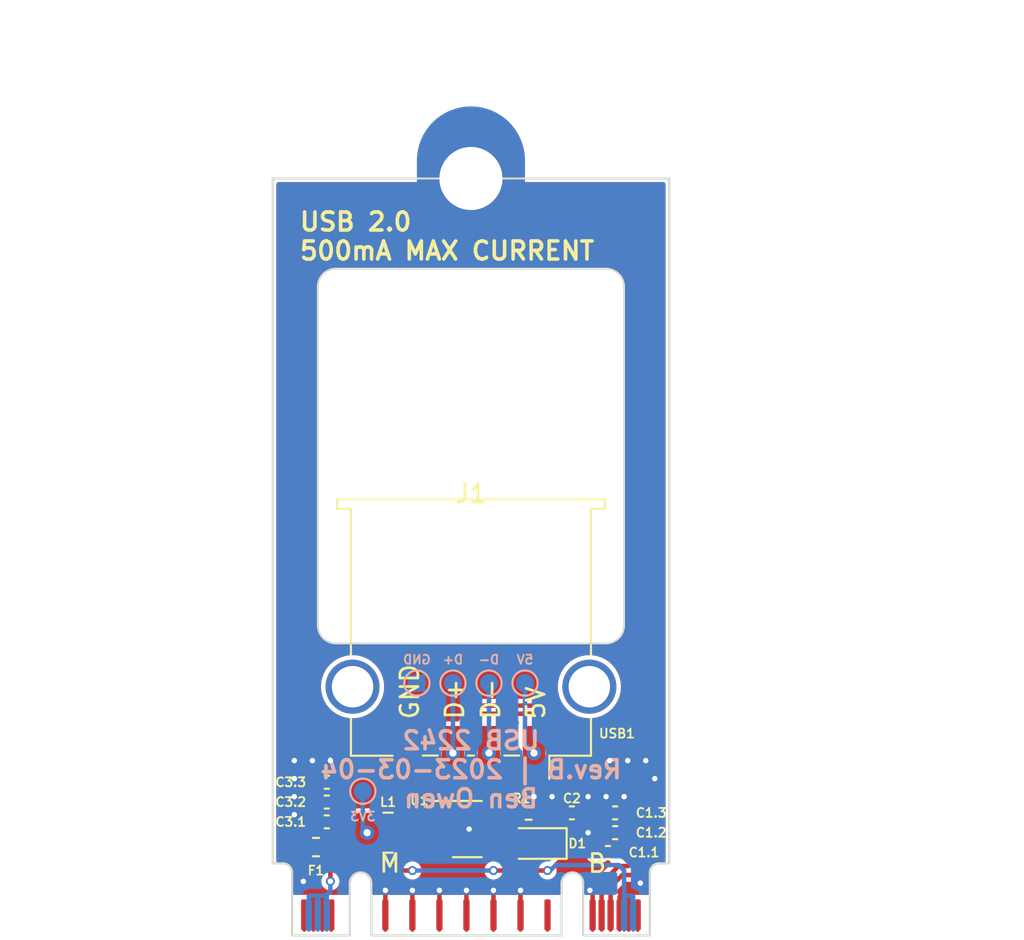
<source format=kicad_pcb>
(kicad_pcb (version 20240108) (generator "pcbnew") (generator_version "8.0")
  (title_block (title "USB 2242") (date "2023-03-04") (rev "B") (company "Ben's Universe") (comment 1 "Ben Owen"))
  (layers (0 "F.Cu" signal) (31 "B.Cu" signal) (34 "B.Paste" user) (35 "F.Paste" user) (36 "B.SilkS" user "B.Silkscreen") (37 "F.SilkS" user "F.Silkscreen") (38 "B.Mask" user) (39 "F.Mask" user) (44 "Edge.Cuts" user))
  (net 0 "")
  (net 1 "+5V")
  (net 2 "GND")
  (net 3 "/SNUBBER RC")
  (net 4 "+3V3")
  (net 5 "/BOOST IN")
  (net 6 "/USBD+")
  (net 7 "/USBD-")
  (net 14 "/3V3 PROT")
  (footprint "Package_TO_SOT_SMD:SOT-23-5" (layer "F.Cu") (at 138.4 115.3)
    (property "Reference" "U1" (at -2.6625 -1.6 180) (layer "F.SilkS") (effects (font (size 0.5 0.5) (thickness 0.1))))
    (property "Value" "TPS613222ADBV")
    (fp_line (start 0 -1.56) (end -1.8 -1.56) (stroke (width 0.12)) (layer "F.SilkS"))
    (fp_line (start 0 -1.56) (end 0.8 -1.56) (stroke (width 0.12)) (layer "F.SilkS"))
    (fp_line (start 0 1.56) (end -0.8 1.56) (stroke (width 0.12)) (layer "F.SilkS"))
    (fp_line (start 0 1.56) (end 0.8 1.56) (stroke (width 0.12)) (layer "F.SilkS"))
    (pad "1" smd roundrect (at -1.1375 -0.95) (size 1.325 0.6) (layers "F.Cu" "F.Paste" "F.Mask") (net 5 "/BOOST IN"))
    (pad "2" smd roundrect (at -1.1375 0) (size 1.325 0.6) (layers "F.Cu" "F.Paste" "F.Mask") (net 2 "GND"))
    (pad "3" smd roundrect (at -1.1375 0.95) (size 1.325 0.6) (layers "F.Cu" "F.Paste" "F.Mask"))
    (pad "4" smd roundrect (at 1.1375 0.95) (size 1.325 0.6) (layers "F.Cu" "F.Paste" "F.Mask") (net 1 "+5V"))
    (pad "5" smd roundrect (at 1.1375 -0.95) (size 1.325 0.6) (layers "F.Cu" "F.Paste" "F.Mask"))
  )
  (footprint "Capacitor_SMD:C_0402_1005Metric_Pad0.74x0.62mm_HandSolder" (layer "F.Cu") (at 144.2 114.4)
    (property "Reference" "C2" (at 0 -0.8 180) (layer "F.SilkS") (effects (font (size 0.5 0.5) (thickness 0.1) (bold yes))))
    (property "Value" "1000pF")
    (fp_line (start -0.115835 -0.36) (end 0.115835 -0.36) (stroke (width 0.12)) (layer "F.SilkS"))
    (fp_line (start -0.115835 0.36) (end 0.115835 0.36) (stroke (width 0.12)) (layer "F.SilkS"))
    (pad "1" smd roundrect (at -0.5675 0) (size 0.735 0.62) (layers "F.Cu" "F.Paste" "F.Mask") (net 3 "/SNUBBER RC"))
    (pad "2" smd roundrect (at 0.5675 0) (size 0.735 0.62) (layers "F.Cu" "F.Paste" "F.Mask") (net 1 "+5V"))
  )
  (footprint "Connector_USB:USB_A_TE_292303-7_Horizontal" (layer "F.Cu") (at 138.6 104.7 180)
    (property "Reference" "USB1" (at -8.1 -5.3 0) (layer "F.SilkS") (effects (font (size 0.5 0.5) (thickness 0.1) (bold yes))))
    (property "Value" "USB")
    (fp_line (start 7.43 7.69) (end 7.43 7.17) (stroke (width 0.12)) (layer "F.SilkS"))
    (fp_line (start 7.43 7.17) (end 6.66 7.17) (stroke (width 0.12)) (layer "F.SilkS"))
    (fp_line (start 6.66 -0.94) (end 6.66 7.17) (stroke (width 0.12)) (layer "F.SilkS"))
    (fp_line (start 6.66 -6.53) (end 6.66 -4.46) (stroke (width 0.12)) (layer "F.SilkS"))
    (fp_line (start 4.35 -6.53) (end 6.66 -6.53) (stroke (width 0.12)) (layer "F.SilkS"))
    (fp_line (start 1.85 -6.52) (end 2.67 -6.52) (stroke (width 0.12)) (layer "F.SilkS"))
    (fp_line (start -0.17 -6.52) (end 0.17 -6.52) (stroke (width 0.12)) (layer "F.SilkS"))
    (fp_line (start -2.67 -6.52) (end -1.85 -6.52) (stroke (width 0.12)) (layer "F.SilkS"))
    (fp_line (start -4.35 -7.82) (end -4.35 -6.53) (stroke (width 0.12)) (layer "F.SilkS"))
    (fp_line (start -6.66 7.17) (end -6.66 -0.94) (stroke (width 0.12)) (layer "F.SilkS"))
    (fp_line (start -6.66 7.17) (end -7.43 7.17) (stroke (width 0.12)) (layer "F.SilkS"))
    (fp_line (start -6.66 -6.53) (end -4.35 -6.53) (stroke (width 0.12)) (layer "F.SilkS"))
    (fp_line (start -6.66 -6.53) (end -6.66 -4.46) (stroke (width 0.12)) (layer "F.SilkS"))
    (fp_line (start -7.43 7.69) (end 7.43 7.69) (stroke (width 0.12)) (layer "F.SilkS"))
    (fp_line (start -7.43 7.17) (end -7.43 7.69) (stroke (width 0.12)) (layer "F.SilkS"))
    (pad "1" smd rect (at -3.5 -6.38 180) (size 1.25 3) (layers "F.Cu" "F.Paste" "F.Mask") (net 1 "+5V"))
    (pad "2" smd rect (at -1 -6.38 180) (size 1.25 3) (layers "F.Cu" "F.Paste" "F.Mask") (net 7 "/USBD-"))
    (pad "3" smd rect (at 1 -6.38 180) (size 1.25 3) (layers "F.Cu" "F.Paste" "F.Mask") (net 6 "/USBD+"))
    (pad "4" smd rect (at 3.5 -6.38 180) (size 1.25 3) (layers "F.Cu" "F.Paste" "F.Mask") (net 2 "GND"))
    (pad "5" thru_hole circle (at -6.57 -2.7 180) (size 3 3) (drill 2.3) (layers "*.Cu" "*.Mask"))
    (pad "5" thru_hole circle (at 6.57 -2.7 180) (size 3 3) (drill 2.3) (layers "*.Cu" "*.Mask"))
  )
  (footprint "Fuse:Fuse_0603_1608Metric_Pad1.05x0.95mm_HandSolder" (layer "F.Cu") (at 130 116.3)
    (property "Reference" "F1" (at 0 1.3 0) (layer "F.SilkS") (effects (font (size 0.5 0.5) (thickness 0.1) (bold yes))))
    (property "Value" "500mA")
    (fp_line (start -0.171267 -0.51) (end 0.171267 -0.51) (stroke (width 0.12)) (layer "F.SilkS"))
    (fp_line (start -0.171267 0.51) (end 0.171267 0.51) (stroke (width 0.12)) (layer "F.SilkS"))
    (pad "1" smd roundrect (at -0.875 0) (size 1.05 0.95) (layers "F.Cu" "F.Paste" "F.Mask") (net 4 "+3V3"))
    (pad "2" smd roundrect (at 0.875 0) (size 1.05 0.95) (layers "F.Cu" "F.Paste" "F.Mask") (net 14 "/3V3 PROT"))
  )
  (footprint "Capacitor_SMD:C_0402_1005Metric_Pad0.74x0.62mm_HandSolder" (layer "F.Cu") (at 130.6 112.7 180)
    (property "Reference" "C3.3" (at 2 0 180) (layer "F.SilkS") (effects (font (size 0.5 0.5) (thickness 0.1) (bold yes))))
    (property "Value" "22uF")
    (fp_line (start -0.115835 0.36) (end 0.115835 0.36) (stroke (width 0.12)) (layer "F.SilkS"))
    (fp_line (start -0.115835 -0.36) (end 0.115835 -0.36) (stroke (width 0.12)) (layer "F.SilkS"))
    (pad "1" smd roundrect (at -0.5675 0 180) (size 0.735 0.62) (layers "F.Cu" "F.Paste" "F.Mask") (net 14 "/3V3 PROT"))
    (pad "2" smd roundrect (at 0.5675 0 180) (size 0.735 0.62) (layers "F.Cu" "F.Paste" "F.Mask") (net 2 "GND"))
  )
  (footprint "Inductor_SMD:L_1008_2520Metric_Pad1.43x2.20mm_HandSolder" (layer "F.Cu") (at 134 115.5)
    (property "Reference" "L1" (at 0 -1.7 180) (layer "F.SilkS") (effects (font (size 0.5 0.5) (thickness 0.1))))
    (property "Value" "2.2uH")
    (fp_line (start -0.261252 -1.11) (end 0.261252 -1.11) (stroke (width 0.12)) (layer "F.SilkS"))
    (fp_line (start -0.261252 1.11) (end 0.261252 1.11) (stroke (width 0.12)) (layer "F.SilkS"))
    (pad "1" smd roundrect (at -1.1625 0) (size 1.425 2.2) (layers "F.Cu" "F.Paste" "F.Mask") (roundrect_rratio 0.1754392982) (net 14 "/3V3 PROT"))
    (pad "2" smd roundrect (at 1.1625 0) (size 1.425 2.2) (layers "F.Cu" "F.Paste" "F.Mask") (roundrect_rratio 0.1754392982) (net 5 "/BOOST IN"))
  )
  (footprint "Capacitor_SMD:C_0402_1005Metric_Pad0.74x0.62mm_HandSolder" (layer "F.Cu") (at 146.6 115.5)
    (property "Reference" "C1.2" (at 2 0 0) (layer "F.SilkS") (effects (font (size 0.5 0.5) (thickness 0.1) (bold yes))))
    (property "Value" "10uF")
    (fp_line (start -0.115835 -0.36) (end 0.115835 -0.36) (stroke (width 0.12)) (layer "F.SilkS"))
    (fp_line (start -0.115835 0.36) (end 0.115835 0.36) (stroke (width 0.12)) (layer "F.SilkS"))
    (pad "1" smd roundrect (at -0.5675 0) (size 0.735 0.62) (layers "F.Cu" "F.Paste" "F.Mask") (net 1 "+5V"))
    (pad "2" smd roundrect (at 0.5675 0) (size 0.735 0.62) (layers "F.Cu" "F.Paste" "F.Mask") (net 2 "GND"))
  )
  (footprint "Capacitor_SMD:C_0402_1005Metric_Pad0.74x0.62mm_HandSolder" (layer "F.Cu") (at 146.2 116.6)
    (property "Reference" "C1.1" (at 2 0 0) (layer "F.SilkS") (effects (font (size 0.5 0.5) (thickness 0.1) (bold yes))))
    (property "Value" "10uF")
    (fp_line (start -0.115835 -0.36) (end 0.115835 -0.36) (stroke (width 0.12)) (layer "F.SilkS"))
    (fp_line (start -0.115835 0.36) (end 0.115835 0.36) (stroke (width 0.12)) (layer "F.SilkS"))
    (pad "1" smd roundrect (at -0.5675 0) (size 0.735 0.62) (layers "F.Cu" "F.Paste" "F.Mask") (net 1 "+5V"))
    (pad "2" smd roundrect (at 0.5675 0) (size 0.735 0.62) (layers "F.Cu" "F.Paste" "F.Mask") (net 2 "GND"))
  )
  (footprint "Generic_Custom:M.2-2242-B+M-KEY_USB-ONLY" (layer "F.Cu") (at 138.6 121.2)
    (property "Reference" "J1" (at 0 -24.5 0) (layer "F.SilkS"))
    (property "Value" "Bus_M.2_Socket_B")
    (fp_line (start -11 -4) (end -11 -42) (stroke (width 0.12)) (layer "Edge.Cuts"))
    (fp_line (start -10.425 -4) (end -11 -4) (stroke (width 0.12)) (layer "Edge.Cuts"))
    (fp_line (start -9.925 -3.5) (end -9.925 0) (stroke (width 0.12)) (layer "Edge.Cuts"))
    (fp_line (start -9.925 0) (end -6.725 0) (stroke (width 0.12)) (layer "Edge.Cuts"))
    (fp_line (start -6.725 0) (end -6.725 -2.9) (stroke (width 0.12)) (layer "Edge.Cuts"))
    (fp_line (start -5.525 -2.9) (end -5.525 0) (stroke (width 0.12)) (layer "Edge.Cuts"))
    (fp_line (start -5.525 0) (end 5.025 0) (stroke (width 0.12)) (layer "Edge.Cuts"))
    (fp_line (start 5.025 0) (end 5.025 -2.9) (stroke (width 0.12)) (layer "Edge.Cuts"))
    (fp_line (start 6.225 -2.9) (end 6.225 0) (stroke (width 0.12)) (layer "Edge.Cuts"))
    (fp_line (start 6.225 0) (end 9.925 0) (stroke (width 0.12)) (layer "Edge.Cuts"))
    (fp_line (start 9.925 0) (end 9.925 -3.5) (stroke (width 0.12)) (layer "Edge.Cuts"))
    (fp_line (start 10.425 -4) (end 11 -4) (stroke (width 0.12)) (layer "Edge.Cuts"))
    (fp_line (start 11 -42) (end -11 -42) (stroke (width 0.12)) (layer "Edge.Cuts"))
    (fp_line (start 11 -4) (end 11 -42) (stroke (width 0.12)) (layer "Edge.Cuts"))
    (fp_arc (start -10.425 -4) (mid -10.071447 -3.853553) (end -9.925 -3.5) (stroke (width 0.12)) (layer "Edge.Cuts"))
    (fp_arc (start -6.725 -2.9) (mid -6.125 -3.5) (end -5.525 -2.9) (stroke (width 0.12)) (layer "Edge.Cuts"))
    (fp_arc (start 5.025 -2.9) (mid 5.625 -3.5) (end 6.225 -2.9) (stroke (width 0.12)) (layer "Edge.Cuts"))
    (fp_arc (start 9.925 -3.5) (mid 10.071447 -3.853553) (end 10.425 -4) (stroke (width 0.12)) (layer "Edge.Cuts"))
    (fp_text user "M" (at -4.5 -4 0) (layer "F.SilkS"))
    (fp_text user "B" (at 7 -4 0) (layer "F.SilkS"))
    (pad "1" smd roundrect (at 9.25 -1.1) (size 0.35 1.8) (layers "F.Cu" "F.Paste" "F.Mask") (chamfer_ratio 0.4) (chamfer bottom_left bottom_right) (clearance 0.075))
    (pad "2" smd roundrect (at 9 -1.1) (size 0.35 1.8) (layers "B.Cu" "B.Paste" "B.Mask") (chamfer_ratio 0.4) (chamfer bottom_left bottom_right) (net 4 "+3V3") (clearance 0.075))
    (pad "3" thru_hole circle (at 0 -42) (size 5.5 5.5) (drill 3.5) (layers "*.Cu" "*.Mask") (net 2 "GND"))
    (pad "3" connect oval (at 0 -42) (size 6 8) (layers "B.Cu" "B.Mask") (net 2 "GND"))
    (pad "3" smd roundrect (at 8.75 -1.1) (size 0.35 1.8) (layers "F.Cu" "F.Paste" "F.Mask") (chamfer_ratio 0.4) (chamfer bottom_left bottom_right) (net 2 "GND") (clearance 0.075))
    (pad "4" smd roundrect (at 8.5 -1.1) (size 0.35 1.8) (layers "B.Cu" "B.Paste" "B.Mask") (chamfer_ratio 0.4) (chamfer bottom_left bottom_right) (net 4 "+3V3") (clearance 0.075))
    (pad "5" smd roundrect (at 8.25 -1.1) (size 0.35 1.8) (layers "F.Cu" "F.Paste" "F.Mask") (chamfer_ratio 0.4) (chamfer bottom_left bottom_right) (net 2 "GND") (clearance 0.075))
    (pad "7" smd roundrect (at 7.75 -1.1) (size 0.35 1.8) (layers "F.Cu" "F.Paste" "F.Mask") (chamfer_ratio 0.4) (chamfer bottom_left bottom_right) (net 6 "/USBD+") (clearance 0.075))
    (pad "9" smd roundrect (at 7.25 -1.1) (size 0.35 1.8) (layers "F.Cu" "F.Paste" "F.Mask") (chamfer_ratio 0.4) (chamfer bottom_left bottom_right) (net 7 "/USBD-") (clearance 0.075))
    (pad "11" smd roundrect (at 6.75 -1.1) (size 0.35 1.8) (layers "F.Cu" "F.Paste" "F.Mask") (chamfer_ratio 0.4) (chamfer bottom_left bottom_right) (net 2 "GND") (clearance 0.075))
    (pad "21" smd roundrect (at 4.25 -1.1) (size 0.35 1.8) (layers "F.Cu" "F.Paste" "F.Mask") (chamfer_ratio 0.4) (chamfer bottom_left bottom_right) (clearance 0.075))
    (pad "27" smd roundrect (at 2.75 -1.1) (size 0.35 1.8) (layers "F.Cu" "F.Paste" "F.Mask") (chamfer_ratio 0.4) (chamfer bottom_left bottom_right) (net 2 "GND") (clearance 0.075))
    (pad "33" smd roundrect (at 1.25 -1.1) (size 0.35 1.8) (layers "F.Cu" "F.Paste" "F.Mask") (chamfer_ratio 0.4) (chamfer bottom_left bottom_right) (net 2 "GND") (clearance 0.075))
    (pad "39" smd roundrect (at -0.25 -1.1) (size 0.35 1.8) (layers "F.Cu" "F.Paste" "F.Mask") (chamfer_ratio 0.4) (chamfer bottom_left bottom_right) (net 2 "GND") (clearance 0.075))
    (pad "45" smd roundrect (at -1.75 -1.1) (size 0.35 1.8) (layers "F.Cu" "F.Paste" "F.Mask") (chamfer_ratio 0.4) (chamfer bottom_left bottom_right) (net 2 "GND") (clearance 0.075))
    (pad "51" smd roundrect (at -3.25 -1.1) (size 0.35 1.8) (layers "F.Cu" "F.Paste" "F.Mask") (chamfer_ratio 0.4) (chamfer bottom_left bottom_right) (net 2 "GND") (clearance 0.075))
    (pad "57" smd roundrect (at -4.75 -1.1) (size 0.35 1.8) (layers "F.Cu" "F.Paste" "F.Mask") (chamfer_ratio 0.4) (chamfer bottom_left bottom_right) (net 2 "GND") (clearance 0.075))
    (pad "69" smd roundrect (at -7.75 -1.1) (size 0.35 1.8) (layers "F.Cu" "F.Paste" "F.Mask") (chamfer_ratio 0.4) (chamfer bottom_left bottom_right) (clearance 0.075))
    (pad "70" smd roundrect (at -8 -1.1) (size 0.35 1.8) (layers "B.Cu" "B.Paste" "B.Mask") (chamfer_ratio 0.4) (chamfer bottom_left bottom_right) (net 4 "+3V3") (clearance 0.075))
    (pad "71" smd roundrect (at -8.25 -1.1) (size 0.35 1.8) (layers "F.Cu" "F.Paste" "F.Mask") (chamfer_ratio 0.4) (chamfer bottom_left bottom_right) (net 2 "GND") (clearance 0.075))
    (pad "72" smd roundrect (at -8.5 -1.1) (size 0.35 1.8) (layers "B.Cu" "B.Paste" "B.Mask") (chamfer_ratio 0.4) (chamfer bottom_left bottom_right) (net 4 "+3V3") (clearance 0.075))
    (pad "73" smd roundrect (at -8.75 -1.1) (size 0.35 1.8) (layers "F.Cu" "F.Paste" "F.Mask") (chamfer_ratio 0.4) (chamfer bottom_left bottom_right) (net 2 "GND") (clearance 0.075))
    (pad "74" smd roundrect (at -9 -1.1) (size 0.35 1.8) (layers "B.Cu" "B.Paste" "B.Mask") (chamfer_ratio 0.4) (chamfer bottom_left bottom_right) (net 4 "+3V3") (clearance 0.075))
    (pad "75" smd roundrect (at -9.25 -1.1) (size 0.35 1.8) (layers "F.Cu" "F.Paste" "F.Mask") (chamfer_ratio 0.4) (chamfer bottom_left bottom_right) (clearance 0.075))
    (zone (net 0) (net_name "") (layers "F&B.Cu") (connect_pads (clearance 0)) (min_thickness 0.25)
      (keepout (tracks allowed) (vias allowed) (pads allowed) (copperpour not_allowed) (footprints allowed))
      (fill (thermal_gap 0.5) (thermal_bridge_width 0.5))
      (polygon (pts (xy 128.6 118.95) (xy 148.6 118.95) (xy 148.6 121.2) (xy 128.6 121.2)))
    )
  )
  (footprint "Capacitor_SMD:C_0402_1005Metric_Pad0.74x0.62mm_HandSolder" (layer "F.Cu") (at 130.6 114.9 180)
    (property "Reference" "C3.1" (at 2 0 180) (layer "F.SilkS") (effects (font (size 0.5 0.5) (thickness 0.1) (bold yes))))
    (property "Value" "100nF")
    (fp_line (start -0.115835 0.36) (end 0.115835 0.36) (stroke (width 0.12)) (layer "F.SilkS"))
    (fp_line (start -0.115835 -0.36) (end 0.115835 -0.36) (stroke (width 0.12)) (layer "F.SilkS"))
    (pad "1" smd roundrect (at -0.5675 0 180) (size 0.735 0.62) (layers "F.Cu" "F.Paste" "F.Mask") (net 14 "/3V3 PROT"))
    (pad "2" smd roundrect (at 0.5675 0 180) (size 0.735 0.62) (layers "F.Cu" "F.Paste" "F.Mask") (net 2 "GND"))
  )
  (footprint "Capacitor_SMD:C_0402_1005Metric_Pad0.74x0.62mm_HandSolder" (layer "F.Cu") (at 130.6 113.8 180)
    (property "Reference" "C3.2" (at 2 0 180) (layer "F.SilkS") (effects (font (size 0.5 0.5) (thickness 0.1) (bold yes))))
    (property "Value" "10uF")
    (fp_line (start -0.115835 0.36) (end 0.115835 0.36) (stroke (width 0.12)) (layer "F.SilkS"))
    (fp_line (start -0.115835 -0.36) (end 0.115835 -0.36) (stroke (width 0.12)) (layer "F.SilkS"))
    (pad "1" smd roundrect (at -0.5675 0 180) (size 0.735 0.62) (layers "F.Cu" "F.Paste" "F.Mask") (net 14 "/3V3 PROT"))
    (pad "2" smd roundrect (at 0.5675 0 180) (size 0.735 0.62) (layers "F.Cu" "F.Paste" "F.Mask") (net 2 "GND"))
  )
  (footprint "Diode_SMD:D_SOD-323" (layer "F.Cu") (at 142.3 116.1 180)
    (property "Reference" "D1" (at -2.2 0 0) (layer "F.SilkS") (effects (font (size 0.5 0.5) (thickness 0.1) (bold yes))))
    (property "Value" "D_Schottky")
    (fp_line (start -1.61 0.85) (end 1.05 0.85) (stroke (width 0.12)) (layer "F.SilkS"))
    (fp_line (start -1.61 -0.85) (end 1.05 -0.85) (stroke (width 0.12)) (layer "F.SilkS"))
    (fp_line (start -1.61 -0.85) (end -1.61 0.85) (stroke (width 0.12)) (layer "F.SilkS"))
    (pad "1" smd roundrect (at -1.05 0 180) (size 0.6 0.45) (layers "F.Cu" "F.Paste" "F.Mask") (net 1 "+5V"))
    (pad "2" smd roundrect (at 1.05 0 180) (size 0.6 0.45) (layers "F.Cu" "F.Paste" "F.Mask") (net 5 "/BOOST IN"))
  )
  (footprint "Resistor_SMD:R_0402_1005Metric_Pad0.72x0.64mm_HandSolder" (layer "F.Cu") (at 141.8 114.4)
    (property "Reference" "R1" (at -0.4 -0.8 180) (layer "F.SilkS") (effects (font (size 0.5 0.5) (thickness 0.1) (bold yes))))
    (property "Value" "5")
    (fp_line (start -0.167621 -0.38) (end 0.167621 -0.38) (stroke (width 0.12)) (layer "F.SilkS"))
    (fp_line (start -0.167621 0.38) (end 0.167621 0.38) (stroke (width 0.12)) (layer "F.SilkS"))
    (pad "1" smd roundrect (at -0.5975 0) (size 0.715 0.64) (layers "F.Cu" "F.Paste" "F.Mask") (net 5 "/BOOST IN"))
    (pad "2" smd roundrect (at 0.5975 0) (size 0.715 0.64) (layers "F.Cu" "F.Paste" "F.Mask") (net 3 "/SNUBBER RC"))
  )
  (footprint "Capacitor_SMD:C_0402_1005Metric_Pad0.74x0.62mm_HandSolder" (layer "F.Cu") (at 146.6 114.4)
    (property "Reference" "C1.3" (at 2 0 0) (layer "F.SilkS") (effects (font (size 0.5 0.5) (thickness 0.1) (bold yes))))
    (property "Value" "10uF")
    (fp_line (start -0.115835 -0.36) (end 0.115835 -0.36) (stroke (width 0.12)) (layer "F.SilkS"))
    (fp_line (start -0.115835 0.36) (end 0.115835 0.36) (stroke (width 0.12)) (layer "F.SilkS"))
    (pad "1" smd roundrect (at -0.5675 0) (size 0.735 0.62) (layers "F.Cu" "F.Paste" "F.Mask") (net 1 "+5V"))
    (pad "2" smd roundrect (at 0.5675 0) (size 0.735 0.62) (layers "F.Cu" "F.Paste" "F.Mask") (net 2 "GND"))
  )
  (footprint "TestPoint:TestPoint_Pad_D1.0mm" (layer "B.Cu") (at 132.6 113.2 180)
    (property "Reference" "TP2" (hide yes))
    (property "Value" "3V3")
    (fp_circle (center 0 0) (end 0 -0.7) (stroke (width 0.12)) (fill none) (layer "B.SilkS"))
    (fp_text user "3V3" (at 0 -1.4 0) (layer "B.SilkS") (effects (font (size 0.5 0.5) (thickness 0.1)) (justify mirror)))
    (pad "1" smd circle (at 0 0 180) (size 1 1) (layers "B.Cu" "B.Mask") (net 14 "/3V3 PROT"))
  )
  (footprint "TestPoint:TestPoint_Pad_D1.0mm" (layer "B.Cu") (at 137.6 107.2 180)
    (property "Reference" "TP4" (hide yes))
    (property "Value" "D+")
    (fp_circle (center 0 0) (end 0 -0.7) (stroke (width 0.12)) (fill none) (layer "B.SilkS"))
    (fp_text user "D+" (at 0 1.3 0) (layer "B.SilkS") (effects (font (size 0.5 0.5) (thickness 0.1)) (justify mirror)))
    (pad "1" smd circle (at 0 0 180) (size 1 1) (layers "B.Cu" "B.Mask") (net 6 "/USBD+"))
  )
  (footprint "TestPoint:TestPoint_Pad_D1.0mm" (layer "B.Cu") (at 139.6 107.2 180)
    (property "Reference" "TP5" (hide yes))
    (property "Value" "D-")
    (fp_circle (center 0 0) (end 0 -0.7) (stroke (width 0.12)) (fill none) (layer "B.SilkS"))
    (fp_text user "D-" (at 0 1.3 0) (layer "B.SilkS") (effects (font (size 0.5 0.5) (thickness 0.1)) (justify mirror)))
    (pad "1" smd circle (at 0 0 180) (size 1 1) (layers "B.Cu" "B.Mask") (net 7 "/USBD-"))
  )
  (footprint "TestPoint:TestPoint_Pad_D1.0mm" (layer "B.Cu") (at 135.6 107.2 180)
    (property "Reference" "TP1" (hide yes))
    (property "Value" "GND")
    (fp_circle (center 0 0) (end 0 -0.7) (stroke (width 0.12)) (fill none) (layer "B.SilkS"))
    (fp_text user "GND" (at 0 1.3 0) (layer "B.SilkS") (effects (font (size 0.5 0.5) (thickness 0.1)) (justify mirror)))
    (pad "1" smd circle (at 0 0 180) (size 1 1) (layers "B.Cu" "B.Mask") (net 2 "GND"))
  )
  (footprint "TestPoint:TestPoint_Pad_D1.0mm" (layer "B.Cu") (at 141.6 107.2 180)
    (property "Reference" "TP3" (hide yes))
    (property "Value" "5V")
    (fp_circle (center 0 0) (end 0 -0.7) (stroke (width 0.12)) (fill none) (layer "B.SilkS"))
    (fp_text user "5V" (at 0 1.3 0) (layer "B.SilkS") (effects (font (size 0.5 0.5) (thickness 0.1)) (justify mirror)))
    (pad "1" smd circle (at 0 0 180) (size 1 1) (layers "B.Cu" "B.Mask") (net 1 "+5V"))
  )
  (gr_line (start 130.1 104) (end 130.1 85.2) (stroke (width 0.1)) (layer "Edge.Cuts"))
  (gr_arc (start 147.1 104) (mid 146.807107 104.707107) (end 146.1 105) (stroke (width 0.1)) (layer "Edge.Cuts"))
  (gr_line (start 146.1 105) (end 131.1 105) (stroke (width 0.1)) (layer "Edge.Cuts"))
  (gr_line (start 131.1 84.2) (end 146.1 84.2) (stroke (width 0.1)) (layer "Edge.Cuts"))
  (gr_arc (start 130.1 85.2) (mid 130.392893 84.492893) (end 131.1 84.2) (stroke (width 0.1)) (layer "Edge.Cuts"))
  (gr_arc (start 131.1 105) (mid 130.392893 104.707107) (end 130.1 104) (stroke (width 0.1)) (layer "Edge.Cuts"))
  (gr_arc (start 146.1 84.2) (mid 146.807107 84.492893) (end 147.1 85.2) (stroke (width 0.1)) (layer "Edge.Cuts"))
  (gr_line (start 147.1 85.2) (end 147.1 104) (stroke (width 0.1)) (layer "Edge.Cuts"))
  (gr_text "${TITLE}\nRev.${REVISION} | ${ISSUE_DATE}\n${COMMENT1}" (at 138.6 112 0) (layer "B.SilkS") (effects (font (size 1 1) (thickness 0.2)) (justify mirror)))
  (gr_text "D-" (at 139.7 109.3 90) (layer "F.SilkS") (effects (font (size 1 1)) (justify left)))
  (gr_text "D+" (at 137.7 109.3 90) (layer "F.SilkS") (effects (font (size 1 1)) (justify left)))
  (gr_text "GND" (at 135.2 109.3 90) (layer "F.SilkS") (effects (font (size 1 1)) (justify left)))
  (gr_text "5V" (at 142.2 109.3 90) (layer "F.SilkS") (effects (font (size 1 1)) (justify left)))
  (gr_text "USB 2.0\n500mA MAX CURRENT" (at 129 83.8 0) (layer "F.SilkS") (effects (font (size 1 1) (thickness 0.2) (bold yes)) (justify left bottom)))
  (segment (start 139.9 116.8) (end 139.5375 116.4375) (width 0.25) (layer "F.Cu") (net 1))
  (segment (start 143.35 115.8175) (end 144.7675 114.4) (width 0.25) (layer "F.Cu") (net 1))
  (segment (start 143.35 116.1) (end 143.35 115.8175) (width 0.25) (layer "F.Cu") (net 1))
  (segment (start 143.35 116.55) (end 143.1 116.8) (width 0.25) (layer "F.Cu") (net 1))
  (segment (start 144.7675 114.354327) (end 142.1 111.686827) (width 0.25) (layer "F.Cu") (net 1))
  (segment (start 146.0325 114.4) (end 144.7675 114.4) (width 0.25) (layer "F.Cu") (net 1))
  (segment (start 146.0325 114.4) (end 146.0325 115.5) (width 0.25) (layer "F.Cu") (net 1))
  (segment (start 146.0325 116.2) (end 145.6325 116.6) (width 0.25) (layer "F.Cu") (net 1))
  (segment (start 143.1 116.8) (end 139.9 116.8) (width 0.25) (layer "F.Cu") (net 1))
  (segment (start 143.35 116.1) (end 143.35 116.55) (width 0.25) (layer "F.Cu") (net 1))
  (segment (start 146.0325 115.5) (end 146.0325 116.2) (width 0.25) (layer "F.Cu") (net 1))
  (segment (start 144.7675 114.4) (end 144.7675 114.354327) (width 0.25) (layer "F.Cu") (net 1))
  (segment (start 142.1 111.686827) (end 142.1 111.08) (width 0.25) (layer "F.Cu") (net 1))
  (segment (start 139.5375 116.4375) (end 139.5375 116.25) (width 0.25) (layer "F.Cu") (net 1))
  (via (at 142.1 111.08) (size 0.8) (drill 0.4) (layers "F.Cu" "B.Cu") (net 1))
  (segment (start 141.6 110.58) (end 142.1 111.08) (width 0.25) (layer "B.Cu") (net 1))
  (segment (start 141.6 107.2) (end 141.6 110.58) (width 0.25) (layer "B.Cu") (net 1))
  (segment (start 130.0325 111.7325) (end 129.8 111.5) (width 0.25) (layer "F.Cu") (net 2))
  (segment (start 129.3 118.4) (end 129.3 118.2) (width 0.25) (layer "F.Cu") (net 2))
  (segment (start 146.9 119) (end 146.85 119.05) (width 0.25) (layer "F.Cu") (net 2))
  (segment (start 147.35 120.1) (end 147.35 119.05) (width 0.25) (layer "F.Cu") (net 2))
  (segment (start 147.1675 114.4) (end 147.1675 113.5675) (width 0.25) (layer "F.Cu") (net 2))
  (segment (start 145.35 118.85) (end 145.2 118.7) (width 0.25) (layer "F.Cu") (net 2))
  (segment (start 147.3 119) (end 146.9 119) (width 0.25) (layer "F.Cu") (net 2))
  (segment (start 147.1675 115.5) (end 147.1675 116.2) (width 0.25) (layer "F.Cu") (net 2))
  (segment (start 147.35 119.05) (end 147.3 119) (width 0.25) (layer "F.Cu") (net 2))
  (segment (start 138.35 118.7) (end 138.35 120.1) (width 0.25) (layer "F.Cu") (net 2))
  (segment (start 137.2625 115.3) (end 138.5 115.3) (width 0.25) (layer "F.Cu") (net 2))
  (segment (start 129.9 119) (end 129.85 119.05) (width 0.25) (layer "F.Cu") (net 2))
  (segment (start 141.35 118.7) (end 141.35 120.1) (width 0.25) (layer "F.Cu") (net 2))
  (segment (start 147.1675 114.4) (end 147.1675 115.5) (width 0.25) (layer "F.Cu") (net 2))
  (segment (start 147.3 119) (end 148 118.3) (width 0.25) (layer "F.Cu") (net 2))
  (segment (start 129.9 119) (end 129.3 118.4) (width 0.25) (layer "F.Cu") (net 2))
  (segment (start 147.1675 113.5675) (end 147.1 113.5) (width 0.25) (layer "F.Cu") (net 2))
  (segment (start 129.85 119.05) (end 129.85 120.1) (width 0.25) (layer "F.Cu") (net 2))
  (segment (start 136.85 118.7) (end 136.85 120.1) (width 0.25) (layer "F.Cu") (net 2))
  (segment (start 130.0325 112.7) (end 130.0325 113.8) (width 0.25) (layer "F.Cu") (net 2))
  (segment (start 145.35 120.1) (end 145.35 118.85) (width 0.25) (layer "F.Cu") (net 2))
  (segment (start 133.85 120.1) (end 133.85 118.7) (width 0.25) (layer "F.Cu") (net 2))
  (segment (start 130.0325 112.7) (end 130.0325 111.7325) (width 0.25) (layer "F.Cu") (net 2))
  (segment (start 146.85 119.05) (end 146.85 120.1) (width 0.25) (layer "F.Cu") (net 2))
  (segment (start 130.35 120.1) (end 130.35 119.05) (width 0.25) (layer "F.Cu") (net 2))
  (segment (start 130.0325 113.8) (end 130.0325 114.9) (width 0.25) (layer "F.Cu") (net 2))
  (segment (start 130.35 119.05) (end 130.3 119) (width 0.25) (layer "F.Cu") (net 2))
  (segment (start 135.35 118.7) (end 135.35 120.1) (width 0.25) (layer "F.Cu") (net 2))
  (segment (start 130.3 119) (end 129.9 119) (width 0.25) (layer "F.Cu") (net 2))
  (segment (start 139.85 118.7) (end 139.85 120.1) (width 0.25) (layer "F.Cu") (net 2))
  (segment (start 147.1675 116.2) (end 146.7675 116.6) (width 0.25) (layer "F.Cu") (net 2))
  (via (at 148 118.3) (size 0.5) (drill 0.3) (layers "F.Cu" "B.Cu") (net 2))
  (via (at 147.1 113.5) (size 0.5) (drill 0.3) (layers "F.Cu" "B.Cu") (net 2))
  (via (at 130.8 111.5) (size 0.5) (drill 0.3) (layers "F.Cu" "B.Cu") (net 2))
  (via (at 143.1 113.5) (size 0.5) (drill 0.3) (layers "F.Cu" "B.Cu") (net 2))
  (via (at 128.8 111.5) (size 0.5) (drill 0.3) (layers "F.Cu" "B.Cu") (net 2))
  (via (at 141.35 118.7) (size 0.5) (drill 0.3) (layers "F.Cu" "B.Cu") (net 2))
  (via (at 147.3 111.5) (size 0.5) (drill 0.3) (layers "F.Cu" "B.Cu") (net 2))
  (via (at 139.85 118.7) (size 0.5) (drill 0.3) (layers "F.Cu" "B.Cu") (net 2))
  (via (at 148.3 111.5) (size 0.5) (drill 0.3) (layers "F.Cu" "B.Cu") (net 2))
  (via (at 128.8 112.5) (size 0.5) (drill 0.3) (layers "F.Cu" "B.Cu") (net 2))
  (via (at 128.8 114.5) (size 0.5) (drill 0.3) (layers "F.Cu" "B.Cu") (net 2))
  (via (at 148.8 112.5) (size 0.5) (drill 0.3) (layers "F.Cu" "B.Cu") (net 2))
  (via (at 129.3 118.2) (size 0.5) (drill 0.3) (layers "F.Cu" "B.Cu") (net 2))
  (via (at 138.5 115.3) (size 0.5) (drill 0.3) (layers "F.Cu" "B.Cu") (net 2))
  (via (at 128.8 113.5) (size 0.5) (drill 0.3) (layers "F.Cu" "B.Cu") (net 2))
  (via (at 136.85 118.7) (size 0.5) (drill 0.3) (layers "F.Cu" "B.Cu") (net 2))
  (via (at 129.8 111.5) (size 0.5) (drill 0.3) (layers "F.Cu" "B.Cu") (net 2))
  (via (at 145.2 118.7) (size 0.5) (drill 0.3) (layers "F.Cu" "B.Cu") (net 2))
  (via (at 146.3 111.5) (size 0.5) (drill 0.3) (layers "F.Cu" "B.Cu") (net 2))
  (via (at 135.35 118.7) (size 0.5) (drill 0.3) (layers "F.Cu" "B.Cu") (net 2))
  (via (at 145.1 113.5) (size 0.5) (drill 0.3) (layers "F.Cu" "B.Cu") (net 2))
  (via (at 145.1 115.5) (size 0.5) (drill 0.3) (layers "F.Cu" "B.Cu") (net 2))
  (via (at 133.85 118.7) (size 0.5) (drill 0.3) (layers "F.Cu" "B.Cu") (net 2))
  (via (at 138.35 118.7) (size 0.5) (drill 0.3) (layers "F.Cu" "B.Cu") (net 2))
  (via (at 142.1 113.5) (size 0.5) (drill 0.3) (layers "F.Cu" "B.Cu") (net 2))
  (via (at 146.1 113.5) (size 0.5) (drill 0.3) (layers "F.Cu" "B.Cu") (net 2))
  (segment (start 142.3975 114.4) (end 143.6325 114.4) (width 0.25) (layer "F.Cu") (net 3))
  (segment (start 131 117.3) (end 130.6 117.3) (width 0.25) (layer "F.Cu") (net 4))
  (segment (start 139.85 117.6) (end 142.85 117.6) (width 0.25) (layer "F.Cu") (net 4))
  (segment (start 129.5 117.3) (end 129.125 116.925) (width 0.25) (layer "F.Cu") (net 4))
  (segment (start 130.8 117.5) (end 131 117.3) (width 0.25) (layer "F.Cu") (net 4))
  (segment (start 133.2 117.3) (end 131 117.3) (width 0.25) (layer "F.Cu") (net 4))
  (segment (start 135.35 117.6) (end 133.5 117.6) (width 0.25) (layer "F.Cu") (net 4))
  (segment (start 130.6 117.3) (end 129.5 117.3) (width 0.25) (layer "F.Cu") (net 4))
  (segment (start 129.125 116.925) (end 129.125 116.3) (width 0.25) (layer "F.Cu") (net 4))
  (segment (start 130.8 118.2) (end 130.8 117.5) (width 0.25) (layer "F.Cu") (net 4))
  (segment (start 133.5 117.6) (end 133.2 117.3) (width 0.25) (layer "F.Cu") (net 4))
  (segment (start 130.8 117.5) (end 130.6 117.3) (width 0.25) (layer "F.Cu") (net 4))
  (via (at 139.85 117.6) (size 0.5) (drill 0.3) (layers "F.Cu" "B.Cu") (net 4))
  (via (at 135.35 117.6) (size 0.5) (drill 0.3) (layers "F.Cu" "B.Cu") (net 4))
  (via (at 142.85 117.6) (size 0.5) (drill 0.3) (layers "F.Cu" "B.Cu") (net 4))
  (via (at 130.8 118.2) (size 0.5) (drill 0.3) (layers "F.Cu" "B.Cu") (net 4))
  (segment (start 130.1 119.05) (end 130.1 120.1) (width 0.25) (layer "B.Cu") (net 4))
  (segment (start 130.55 119) (end 130.6 119.05) (width 0.25) (layer "B.Cu") (net 4))
  (segment (start 129.6 120.1) (end 129.6 119.05) (width 0.25) (layer "B.Cu") (net 4))
  (segment (start 147.1 117.6) (end 146.8 117.3) (width 0.25) (layer "B.Cu") (net 4))
  (segment (start 147.55 119) (end 147.6 119.05) (width 0.25) (layer "B.Cu") (net 4))
  (segment (start 147.6 119.05) (end 147.6 120.1) (width 0.25) (layer "B.Cu") (net 4))
  (segment (start 147.15 119) (end 147.55 119) (width 0.25) (layer "B.Cu") (net 4))
  (segment (start 143.3 117.3) (end 143 117.6) (width 0.25) (layer "B.Cu") (net 4))
  (segment (start 129.65 119) (end 129.8 119) (width 0.25) (layer "B.Cu") (net 4))
  (segment (start 129.8 119) (end 130.05 119) (width 0.25) (layer "B.Cu") (net 4))
  (segment (start 130.8 118.75) (end 130.55 119) (width 0.25) (layer "B.Cu") (net 4))
  (segment (start 135.35 117.6) (end 139.85 117.6) (width 0.25) (layer "B.Cu") (net 4))
  (segment (start 147.1 120.1) (end 147.1 119.05) (width 0.25) (layer "B.Cu") (net 4))
  (segment (start 147.1 119.05) (end 147.1 117.6) (width 0.25) (layer "B.Cu") (net 4))
  (segment (start 130.6 119.05) (end 130.6 120.1) (width 0.25) (layer "B.Cu") (net 4))
  (segment (start 130.8 118.75) (end 130.8 118.2) (width 0.25) (layer "B.Cu") (net 4))
  (segment (start 130.05 119) (end 130.1 119.05) (width 0.25) (layer "B.Cu") (net 4))
  (segment (start 129.8 119) (end 130 119) (width 0.25) (layer "B.Cu") (net 4))
  (segment (start 130.55 119) (end 130.2 119) (width 0.25) (layer "B.Cu") (net 4))
  (segment (start 147.1 119.05) (end 147.15 119) (width 0.25) (layer "B.Cu") (net 4))
  (segment (start 142.85 117.6) (end 143 117.6) (width 0.25) (layer "B.Cu") (net 4))
  (segment (start 130.15 119) (end 130.55 119) (width 0.25) (layer "B.Cu") (net 4))
  (segment (start 146.8 117.3) (end 143.3 117.3) (width 0.25) (layer "B.Cu") (net 4))
  (segment (start 129.6 119.05) (end 129.65 119) (width 0.25) (layer "B.Cu") (net 4))
  (segment (start 141.2025 114.4) (end 141.2025 116.0525) (width 0.25) (layer "F.Cu") (net 5))
  (segment (start 141.2025 116.0525) (end 141.25 116.1) (width 0.25) (layer "F.Cu") (net 5))
  (segment (start 135.1625 115.5) (end 136.3125 114.35) (width 0.25) (layer "F.Cu") (net 5))
  (segment (start 140.4025 113.6) (end 141.2025 114.4) (width 0.25) (layer "F.Cu") (net 5))
  (segment (start 138.0125 113.6) (end 140.4025 113.6) (width 0.25) (layer "F.Cu") (net 5))
  (segment (start 136.3125 114.35) (end 137.2625 114.35) (width 0.25) (layer "F.Cu") (net 5))
  (segment (start 137.2625 114.35) (end 138.0125 113.6) (width 0.25) (layer "F.Cu") (net 5))
  (segment (start 148.55 113.237485) (end 148.55 116.830208) (width 0.25) (layer "F.Cu") (net 6))
  (segment (start 146.35 118.503554) (end 146.35 120.1) (width 0.25) (layer "F.Cu") (net 6))
  (segment (start 144.15 111.696446) (end 144.803554 112.35) (width 0.25) (layer "F.Cu") (net 6))
  (segment (start 137.6 110.205) (end 138.35 109.455) (width 0.25) (layer "F.Cu") (net 6))
  (segment (start 144.15 109.377446) (end 144.15 111.696446) (width 0.25) (layer "F.Cu") (net 6))
  (segment (start 144.803554 112.35) (end 147.662515 112.35) (width 0.25) (layer "F.Cu") (net 6))
  (segment (start 147.530208 117.85) (end 147.003554 117.85) (width 0.25) (layer "F.Cu") (net 6))
  (segment (start 137.5 110.205) (end 137.5 111.08) (width 0.25) (layer "F.Cu") (net 6))
  (segment (start 148.55 116.830208) (end 147.530208 117.85) (width 0.25) (layer "F.Cu") (net 6))
  (segment (start 143.222554 108.45) (end 144.15 109.377446) (width 0.25) (layer "F.Cu") (net 6))
  (segment (start 137.6 111.08) (end 137.6 110.205) (width 0.25) (layer "F.Cu") (net 6))
  (segment (start 147.003554 117.85) (end 146.35 118.503554) (width 0.25) (layer "F.Cu") (net 6))
  (segment (start 138.35 109.455) (end 138.35 108.998297) (width 0.25) (layer "F.Cu") (net 6))
  (segment (start 138.898297 108.45) (end 143.222554 108.45) (width 0.25) (layer "F.Cu") (net 6))
  (segment (start 147.662515 112.35) (end 148.55 113.237485) (width 0.25) (layer "F.Cu") (net 6))
  (segment (start 138.35 108.998297) (end 138.898297 108.45) (width 0.25) (layer "F.Cu") (net 6))
  (via (at 137.6 111.08) (size 0.8) (drill 0.4) (layers "F.Cu" "B.Cu") (net 6))
  (segment (start 137.6 107.2) (end 137.6 111.08) (width 0.25) (layer "B.Cu") (net 6))
  (segment (start 143.65 109.584554) (end 143.65 111.903554) (width 0.25) (layer "F.Cu") (net 7))
  (segment (start 144.596446 112.85) (end 147.455407 112.85) (width 0.25) (layer "F.Cu") (net 7))
  (segment (start 143.65 111.903554) (end 144.596446 112.85) (width 0.25) (layer "F.Cu") (net 7))
  (segment (start 142.965446 108.9) (end 143.65 109.584554) (width 0.25) (layer "F.Cu") (net 7))
  (segment (start 142.965446 108.9) (end 139.084693 108.9) (width 0.25) (layer "F.Cu") (net 7))
  (segment (start 147.3231 117.35) (end 146.796446 117.35) (width 0.25) (layer "F.Cu") (net 7))
  (segment (start 139.6 111.08) (end 139.6 110.205) (width 0.25) (layer "F.Cu") (net 7))
  (segment (start 148.05 113.444593) (end 148.05 116.6231) (width 0.25) (layer "F.Cu") (net 7))
  (segment (start 139.084693 108.9) (end 138.85 109.134693) (width 0.25) (layer "F.Cu") (net 7))
  (segment (start 138.85 109.455) (end 138.85 109.134693) (width 0.25) (layer "F.Cu") (net 7))
  (segment (start 147.455407 112.85) (end 148.05 113.444593) (width 0.25) (layer "F.Cu") (net 7))
  (segment (start 139.5 111.08) (end 139.5 110.205) (width 0.25) (layer "F.Cu") (net 7))
  (segment (start 146.796446 117.35) (end 145.85 118.296446) (width 0.25) (layer "F.Cu") (net 7))
  (segment (start 139.6 110.205) (end 138.85 109.455) (width 0.25) (layer "F.Cu") (net 7))
  (segment (start 148.05 116.6231) (end 147.3231 117.35) (width 0.25) (layer "F.Cu") (net 7))
  (segment (start 145.85 118.296446) (end 145.85 120.1) (width 0.25) (layer "F.Cu") (net 7))
  (via (at 139.6 111.08) (size 0.8) (drill 0.4) (layers "F.Cu" "B.Cu") (net 7))
  (segment (start 139.6 107.2) (end 139.6 111.08) (width 0.25) (layer "B.Cu") (net 7))
  (segment (start 131.1675 113.8) (end 131.1675 112.7) (width 0.25) (layer "F.Cu") (net 14))
  (segment (start 130.875 116.3) (end 132.0375 116.3) (width 0.25) (layer "F.Cu") (net 14))
  (segment (start 131.1675 114.9) (end 131.1675 113.8) (width 0.25) (layer "F.Cu") (net 14))
  (segment (start 131.1675 114.9) (end 132.2375 114.9) (width 0.25) (layer "F.Cu") (net 14))
  (segment (start 132.0375 116.3) (end 132.8375 115.5) (width 0.25) (layer "F.Cu") (net 14))
  (segment (start 132.2375 114.9) (end 132.8375 115.5) (width 0.25) (layer "F.Cu") (net 14))
  (via (at 132.8375 115.5) (size 0.8) (drill 0.4) (layers "F.Cu" "B.Cu") (net 14))
  (segment (start 132.6 113.2) (end 132.6 115.2625) (width 0.25) (layer "B.Cu") (net 14))
  (segment (start 132.6 115.2625) (end 132.8375 115.5) (width 0.25) (layer "B.Cu") (net 14))
  (zone (net 0) (net_name "") (layer "F.Cu") (connect_pads (clearance 0)) (min_thickness 0.25)
    (keepout (tracks allowed) (vias allowed) (pads allowed) (copperpour not_allowed) (footprints allowed))
    (fill (thermal_gap 0.25) (thermal_bridge_width 0.25))
    (polygon (pts (xy 129.7 115.3) (xy 130.4 115.3) (xy 130.4 116.1) (xy 129.7 116.1)))
  )
  (zone (net 0) (net_name "") (layer "F.Cu") (connect_pads (clearance 0)) (min_thickness 0.25)
    (keepout (tracks allowed) (vias allowed) (pads allowed) (copperpour not_allowed) (footprints allowed))
    (fill (thermal_gap 0.5) (thermal_bridge_width 0.5))
    (polygon (pts (xy 147.8 115.8) (xy 147.8 116.9) (xy 146.3 116.9) (xy 146.3 115.8)))
  )
  (zone (net 2) (net_name "GND") (layers "F&B.Cu") (connect_pads (clearance 0.25)) (min_thickness 0.25) (fill yes (thermal_gap 0.25) (thermal_bridge_width 0.25))
    (polygon (pts (xy 149.4 121.1) (xy 127.8 121.1) (xy 127.8 79.4) (xy 149.4 79.4)))
  )
  (zone (net 0) (net_name "") (layers "F.Cu" "Edge.Cuts") (connect_pads (clearance 0)) (min_thickness 0.25)
    (keepout (tracks allowed) (vias allowed) (pads allowed) (copperpour not_allowed) (footprints allowed))
    (fill (thermal_gap 0.5) (thermal_bridge_width 0.5))
    (polygon (pts (xy 136 114.8) (xy 136.8 114.8) (xy 136.8 116.2) (xy 136 116.2)))
  )
)
</source>
